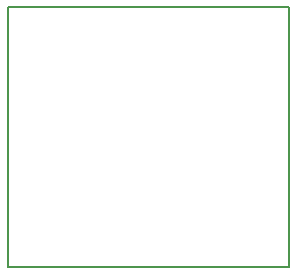
<source format=gbr>
G04 #@! TF.FileFunction,Profile,NP*
%FSLAX46Y46*%
G04 Gerber Fmt 4.6, Leading zero omitted, Abs format (unit mm)*
G04 Created by KiCad (PCBNEW 4.0.6) date Tue May 26 19:12:12 2020*
%MOMM*%
%LPD*%
G01*
G04 APERTURE LIST*
%ADD10C,0.100000*%
%ADD11C,0.150000*%
G04 APERTURE END LIST*
D10*
D11*
X39430000Y-46430000D02*
X39440000Y-46430000D01*
X39430000Y-24470000D02*
X39430000Y-46430000D01*
X63210000Y-24470000D02*
X39430000Y-24470000D01*
X63210000Y-46430000D02*
X63210000Y-24470000D01*
X39440000Y-46430000D02*
X63210000Y-46430000D01*
M02*

</source>
